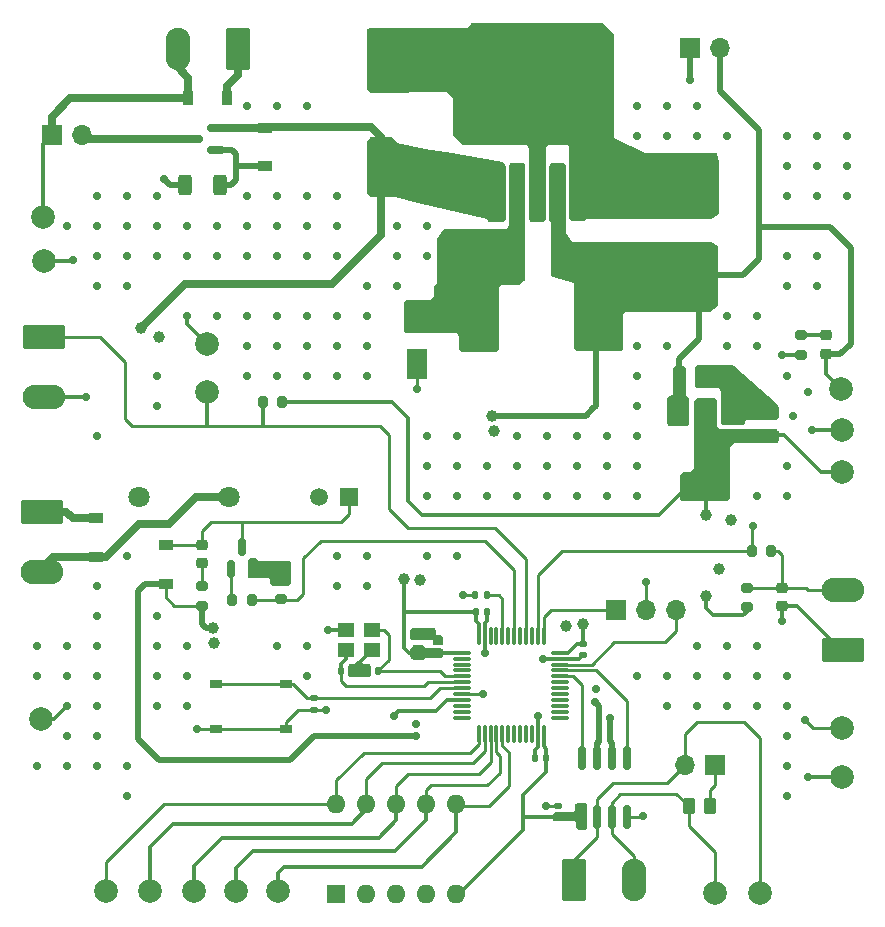
<source format=gtl>
G04 #@! TF.GenerationSoftware,KiCad,Pcbnew,(6.0.11)*
G04 #@! TF.CreationDate,2023-08-29T14:33:34-05:00*
G04 #@! TF.ProjectId,Puerta,50756572-7461-42e6-9b69-6361645f7063,rev?*
G04 #@! TF.SameCoordinates,Original*
G04 #@! TF.FileFunction,Copper,L1,Top*
G04 #@! TF.FilePolarity,Positive*
%FSLAX46Y46*%
G04 Gerber Fmt 4.6, Leading zero omitted, Abs format (unit mm)*
G04 Created by KiCad (PCBNEW (6.0.11)) date 2023-08-29 14:33:34*
%MOMM*%
%LPD*%
G01*
G04 APERTURE LIST*
G04 Aperture macros list*
%AMRoundRect*
0 Rectangle with rounded corners*
0 $1 Rounding radius*
0 $2 $3 $4 $5 $6 $7 $8 $9 X,Y pos of 4 corners*
0 Add a 4 corners polygon primitive as box body*
4,1,4,$2,$3,$4,$5,$6,$7,$8,$9,$2,$3,0*
0 Add four circle primitives for the rounded corners*
1,1,$1+$1,$2,$3*
1,1,$1+$1,$4,$5*
1,1,$1+$1,$6,$7*
1,1,$1+$1,$8,$9*
0 Add four rect primitives between the rounded corners*
20,1,$1+$1,$2,$3,$4,$5,0*
20,1,$1+$1,$4,$5,$6,$7,0*
20,1,$1+$1,$6,$7,$8,$9,0*
20,1,$1+$1,$8,$9,$2,$3,0*%
G04 Aperture macros list end*
G04 #@! TA.AperFunction,ComponentPad*
%ADD10R,1.508000X1.508000*%
G04 #@! TD*
G04 #@! TA.AperFunction,ComponentPad*
%ADD11C,1.508000*%
G04 #@! TD*
G04 #@! TA.AperFunction,ComponentPad*
%ADD12C,1.800000*%
G04 #@! TD*
G04 #@! TA.AperFunction,ComponentPad*
%ADD13RoundRect,0.249999X1.550001X-0.790001X1.550001X0.790001X-1.550001X0.790001X-1.550001X-0.790001X0*%
G04 #@! TD*
G04 #@! TA.AperFunction,ComponentPad*
%ADD14O,3.600000X2.080000*%
G04 #@! TD*
G04 #@! TA.AperFunction,SMDPad,CuDef*
%ADD15RoundRect,0.140000X-0.170000X0.140000X-0.170000X-0.140000X0.170000X-0.140000X0.170000X0.140000X0*%
G04 #@! TD*
G04 #@! TA.AperFunction,SMDPad,CuDef*
%ADD16RoundRect,0.140000X-0.140000X-0.170000X0.140000X-0.170000X0.140000X0.170000X-0.140000X0.170000X0*%
G04 #@! TD*
G04 #@! TA.AperFunction,SMDPad,CuDef*
%ADD17RoundRect,0.150000X-0.150000X0.825000X-0.150000X-0.825000X0.150000X-0.825000X0.150000X0.825000X0*%
G04 #@! TD*
G04 #@! TA.AperFunction,SMDPad,CuDef*
%ADD18RoundRect,0.218750X-0.256250X0.218750X-0.256250X-0.218750X0.256250X-0.218750X0.256250X0.218750X0*%
G04 #@! TD*
G04 #@! TA.AperFunction,SMDPad,CuDef*
%ADD19C,2.000000*%
G04 #@! TD*
G04 #@! TA.AperFunction,SMDPad,CuDef*
%ADD20RoundRect,0.200000X0.200000X0.275000X-0.200000X0.275000X-0.200000X-0.275000X0.200000X-0.275000X0*%
G04 #@! TD*
G04 #@! TA.AperFunction,SMDPad,CuDef*
%ADD21RoundRect,0.150000X0.150000X-0.587500X0.150000X0.587500X-0.150000X0.587500X-0.150000X-0.587500X0*%
G04 #@! TD*
G04 #@! TA.AperFunction,SMDPad,CuDef*
%ADD22RoundRect,0.225000X-0.250000X0.225000X-0.250000X-0.225000X0.250000X-0.225000X0.250000X0.225000X0*%
G04 #@! TD*
G04 #@! TA.AperFunction,SMDPad,CuDef*
%ADD23R,0.910000X1.220000*%
G04 #@! TD*
G04 #@! TA.AperFunction,SMDPad,CuDef*
%ADD24RoundRect,0.140000X0.170000X-0.140000X0.170000X0.140000X-0.170000X0.140000X-0.170000X-0.140000X0*%
G04 #@! TD*
G04 #@! TA.AperFunction,SMDPad,CuDef*
%ADD25RoundRect,0.200000X-0.275000X0.200000X-0.275000X-0.200000X0.275000X-0.200000X0.275000X0.200000X0*%
G04 #@! TD*
G04 #@! TA.AperFunction,SMDPad,CuDef*
%ADD26RoundRect,0.250000X0.312500X0.625000X-0.312500X0.625000X-0.312500X-0.625000X0.312500X-0.625000X0*%
G04 #@! TD*
G04 #@! TA.AperFunction,ComponentPad*
%ADD27RoundRect,0.249999X-1.550001X0.790001X-1.550001X-0.790001X1.550001X-0.790001X1.550001X0.790001X0*%
G04 #@! TD*
G04 #@! TA.AperFunction,ComponentPad*
%ADD28R,1.600000X1.600000*%
G04 #@! TD*
G04 #@! TA.AperFunction,ComponentPad*
%ADD29O,1.600000X1.600000*%
G04 #@! TD*
G04 #@! TA.AperFunction,ComponentPad*
%ADD30RoundRect,0.249999X-0.790001X-1.550001X0.790001X-1.550001X0.790001X1.550001X-0.790001X1.550001X0*%
G04 #@! TD*
G04 #@! TA.AperFunction,ComponentPad*
%ADD31O,2.080000X3.600000*%
G04 #@! TD*
G04 #@! TA.AperFunction,SMDPad,CuDef*
%ADD32R,1.800000X2.500000*%
G04 #@! TD*
G04 #@! TA.AperFunction,SMDPad,CuDef*
%ADD33R,1.100000X4.600000*%
G04 #@! TD*
G04 #@! TA.AperFunction,SMDPad,CuDef*
%ADD34R,10.800000X9.400000*%
G04 #@! TD*
G04 #@! TA.AperFunction,ComponentPad*
%ADD35RoundRect,0.249999X0.790001X1.550001X-0.790001X1.550001X-0.790001X-1.550001X0.790001X-1.550001X0*%
G04 #@! TD*
G04 #@! TA.AperFunction,SMDPad,CuDef*
%ADD36RoundRect,0.250000X1.000000X-1.950000X1.000000X1.950000X-1.000000X1.950000X-1.000000X-1.950000X0*%
G04 #@! TD*
G04 #@! TA.AperFunction,SMDPad,CuDef*
%ADD37R,1.000000X0.750000*%
G04 #@! TD*
G04 #@! TA.AperFunction,SMDPad,CuDef*
%ADD38R,2.899999X5.399999*%
G04 #@! TD*
G04 #@! TA.AperFunction,ComponentPad*
%ADD39R,1.700000X1.700000*%
G04 #@! TD*
G04 #@! TA.AperFunction,ComponentPad*
%ADD40O,1.700000X1.700000*%
G04 #@! TD*
G04 #@! TA.AperFunction,SMDPad,CuDef*
%ADD41RoundRect,0.250000X-0.262500X-0.450000X0.262500X-0.450000X0.262500X0.450000X-0.262500X0.450000X0*%
G04 #@! TD*
G04 #@! TA.AperFunction,SMDPad,CuDef*
%ADD42RoundRect,0.140000X0.140000X0.170000X-0.140000X0.170000X-0.140000X-0.170000X0.140000X-0.170000X0*%
G04 #@! TD*
G04 #@! TA.AperFunction,SMDPad,CuDef*
%ADD43RoundRect,0.200000X0.275000X-0.200000X0.275000X0.200000X-0.275000X0.200000X-0.275000X-0.200000X0*%
G04 #@! TD*
G04 #@! TA.AperFunction,SMDPad,CuDef*
%ADD44RoundRect,0.150000X0.587500X0.150000X-0.587500X0.150000X-0.587500X-0.150000X0.587500X-0.150000X0*%
G04 #@! TD*
G04 #@! TA.AperFunction,SMDPad,CuDef*
%ADD45R,1.200000X0.900000*%
G04 #@! TD*
G04 #@! TA.AperFunction,SMDPad,CuDef*
%ADD46RoundRect,0.250000X0.475000X-0.250000X0.475000X0.250000X-0.475000X0.250000X-0.475000X-0.250000X0*%
G04 #@! TD*
G04 #@! TA.AperFunction,SMDPad,CuDef*
%ADD47R,1.220000X0.910000*%
G04 #@! TD*
G04 #@! TA.AperFunction,SMDPad,CuDef*
%ADD48RoundRect,0.225000X0.250000X-0.225000X0.250000X0.225000X-0.250000X0.225000X-0.250000X-0.225000X0*%
G04 #@! TD*
G04 #@! TA.AperFunction,SMDPad,CuDef*
%ADD49RoundRect,0.200000X-0.200000X-0.275000X0.200000X-0.275000X0.200000X0.275000X-0.200000X0.275000X0*%
G04 #@! TD*
G04 #@! TA.AperFunction,SMDPad,CuDef*
%ADD50RoundRect,0.250001X0.799999X-2.049999X0.799999X2.049999X-0.799999X2.049999X-0.799999X-2.049999X0*%
G04 #@! TD*
G04 #@! TA.AperFunction,SMDPad,CuDef*
%ADD51RoundRect,0.075000X-0.662500X-0.075000X0.662500X-0.075000X0.662500X0.075000X-0.662500X0.075000X0*%
G04 #@! TD*
G04 #@! TA.AperFunction,SMDPad,CuDef*
%ADD52RoundRect,0.075000X-0.075000X-0.662500X0.075000X-0.662500X0.075000X0.662500X-0.075000X0.662500X0*%
G04 #@! TD*
G04 #@! TA.AperFunction,SMDPad,CuDef*
%ADD53R,1.500000X2.000000*%
G04 #@! TD*
G04 #@! TA.AperFunction,SMDPad,CuDef*
%ADD54R,3.800000X2.000000*%
G04 #@! TD*
G04 #@! TA.AperFunction,SMDPad,CuDef*
%ADD55RoundRect,0.250000X-0.250000X-0.475000X0.250000X-0.475000X0.250000X0.475000X-0.250000X0.475000X0*%
G04 #@! TD*
G04 #@! TA.AperFunction,SMDPad,CuDef*
%ADD56R,1.400000X1.200000*%
G04 #@! TD*
G04 #@! TA.AperFunction,SMDPad,CuDef*
%ADD57RoundRect,0.135000X0.135000X0.185000X-0.135000X0.185000X-0.135000X-0.185000X0.135000X-0.185000X0*%
G04 #@! TD*
G04 #@! TA.AperFunction,ViaPad*
%ADD58C,1.000000*%
G04 #@! TD*
G04 #@! TA.AperFunction,ViaPad*
%ADD59C,0.700000*%
G04 #@! TD*
G04 #@! TA.AperFunction,Conductor*
%ADD60C,0.700000*%
G04 #@! TD*
G04 #@! TA.AperFunction,Conductor*
%ADD61C,0.300000*%
G04 #@! TD*
G04 #@! TA.AperFunction,Conductor*
%ADD62C,0.293370*%
G04 #@! TD*
G04 #@! TA.AperFunction,Conductor*
%ADD63C,0.500000*%
G04 #@! TD*
G04 APERTURE END LIST*
D10*
X97549000Y-73786800D03*
D11*
X95009000Y-73786800D03*
D12*
X87389000Y-73786800D03*
X79769000Y-73786800D03*
D13*
X139357600Y-86715600D03*
D14*
X139357600Y-81635600D03*
D15*
X117297200Y-86210200D03*
X117297200Y-87170200D03*
D16*
X96830000Y-88544400D03*
X97790000Y-88544400D03*
D17*
X121031000Y-95899200D03*
X119761000Y-95899200D03*
X118491000Y-95899200D03*
X117221000Y-95899200D03*
X117221000Y-100849200D03*
X118491000Y-100849200D03*
X119761000Y-100849200D03*
X121031000Y-100849200D03*
D18*
X85064600Y-77823600D03*
X85064600Y-79398600D03*
D19*
X85471000Y-64846200D03*
D20*
X89267800Y-82524600D03*
X87617800Y-82524600D03*
D21*
X87518200Y-79855300D03*
X89418200Y-79855300D03*
X88468200Y-77980300D03*
D22*
X134188200Y-81470200D03*
X134188200Y-83020200D03*
D23*
X83912200Y-40030400D03*
X87182200Y-40030400D03*
D24*
X105079800Y-86967000D03*
X105079800Y-86007000D03*
D25*
X85064600Y-81318600D03*
X85064600Y-82968600D03*
D26*
X86577900Y-47396400D03*
X83652900Y-47396400D03*
D27*
X71551800Y-75006200D03*
D14*
X71551800Y-80086200D03*
D28*
X96443800Y-107416600D03*
D29*
X98983800Y-107416600D03*
X101523800Y-107416600D03*
X104063800Y-107416600D03*
X106603800Y-107416600D03*
X106603800Y-99796600D03*
X104063800Y-99796600D03*
X101523800Y-99796600D03*
X98983800Y-99796600D03*
X96443800Y-99796600D03*
D19*
X71602600Y-50088800D03*
X84378800Y-107111800D03*
D30*
X116535200Y-106222800D03*
D31*
X121615200Y-106222800D03*
D16*
X118646000Y-93522800D03*
X119606000Y-93522800D03*
D32*
X103276400Y-58553600D03*
X103276400Y-62553600D03*
D19*
X91490800Y-107111800D03*
D20*
X91858600Y-65735200D03*
X90208600Y-65735200D03*
D33*
X110061800Y-47989800D03*
X111761800Y-47989800D03*
D34*
X113461800Y-38839800D03*
D33*
X113461800Y-47989800D03*
X115161800Y-47989800D03*
X116861800Y-47989800D03*
D35*
X88112600Y-35839400D03*
D31*
X83032600Y-35839400D03*
D36*
X127177800Y-55609600D03*
X127177800Y-47209600D03*
D37*
X92215600Y-93391200D03*
X86215600Y-93391200D03*
X92215600Y-89641200D03*
X86215600Y-89641200D03*
D19*
X139217400Y-97510600D03*
D38*
X108486400Y-58597799D03*
X118386400Y-58597799D03*
D39*
X128529000Y-96443800D03*
D40*
X125989000Y-96443800D03*
D39*
X72349600Y-43103800D03*
D40*
X74889600Y-43103800D03*
D41*
X126290700Y-99974400D03*
X128115700Y-99974400D03*
D24*
X115189000Y-100860800D03*
X115189000Y-99900800D03*
D19*
X85471000Y-60807600D03*
D42*
X99999800Y-88544400D03*
X99039800Y-88544400D03*
D43*
X135763000Y-61734200D03*
X135763000Y-60084200D03*
D44*
X86230700Y-44409400D03*
X86230700Y-42509400D03*
X84355700Y-43459400D03*
D45*
X90398600Y-42495200D03*
X90398600Y-45795200D03*
D46*
X133045200Y-68530148D03*
X133045200Y-66630148D03*
D19*
X71475600Y-92583000D03*
D43*
X131191000Y-83121000D03*
X131191000Y-81471000D03*
D47*
X82016600Y-81111600D03*
X82016600Y-77841600D03*
D19*
X128498600Y-107264200D03*
X139268200Y-71653400D03*
X71729600Y-53771800D03*
D39*
X120106200Y-83312400D03*
D40*
X122646200Y-83312400D03*
X125186200Y-83312400D03*
D16*
X108232000Y-83540600D03*
X109192000Y-83540600D03*
D25*
X91719400Y-80785200D03*
X91719400Y-82435200D03*
D48*
X103378000Y-86957200D03*
X103378000Y-85407200D03*
D49*
X131610600Y-78308200D03*
X133260600Y-78308200D03*
D50*
X100228400Y-45852800D03*
X100228400Y-37052800D03*
D19*
X80695800Y-107111800D03*
D47*
X76073000Y-78851000D03*
X76073000Y-75581000D03*
D19*
X139192000Y-64668400D03*
D51*
X107089500Y-86962800D03*
X107089500Y-87462800D03*
X107089500Y-87962800D03*
X107089500Y-88462800D03*
X107089500Y-88962800D03*
X107089500Y-89462800D03*
X107089500Y-89962800D03*
X107089500Y-90462800D03*
X107089500Y-90962800D03*
X107089500Y-91462800D03*
X107089500Y-91962800D03*
X107089500Y-92462800D03*
D52*
X108502000Y-93875300D03*
X109002000Y-93875300D03*
X109502000Y-93875300D03*
X110002000Y-93875300D03*
X110502000Y-93875300D03*
X111002000Y-93875300D03*
X111502000Y-93875300D03*
X112002000Y-93875300D03*
X112502000Y-93875300D03*
X113002000Y-93875300D03*
X113502000Y-93875300D03*
X114002000Y-93875300D03*
D51*
X115414500Y-92462800D03*
X115414500Y-91962800D03*
X115414500Y-91462800D03*
X115414500Y-90962800D03*
X115414500Y-90462800D03*
X115414500Y-89962800D03*
X115414500Y-89462800D03*
X115414500Y-88962800D03*
X115414500Y-88462800D03*
X115414500Y-87962800D03*
X115414500Y-87462800D03*
X115414500Y-86962800D03*
D52*
X114002000Y-85550300D03*
X113502000Y-85550300D03*
X113002000Y-85550300D03*
X112502000Y-85550300D03*
X112002000Y-85550300D03*
X111502000Y-85550300D03*
X111002000Y-85550300D03*
X110502000Y-85550300D03*
X110002000Y-85550300D03*
X109502000Y-85550300D03*
X109002000Y-85550300D03*
X108502000Y-85550300D03*
D27*
X71678800Y-60248800D03*
D14*
X71678800Y-65328800D03*
D53*
X130011200Y-66623800D03*
D54*
X127711200Y-72923800D03*
D53*
X127711200Y-66623800D03*
X125411200Y-66623800D03*
D19*
X76962000Y-107111800D03*
X139293600Y-93370400D03*
X87985600Y-107111800D03*
D42*
X114221200Y-95910400D03*
X113261200Y-95910400D03*
D55*
X125491200Y-63576200D03*
X127391200Y-63576200D03*
D56*
X99451400Y-85027400D03*
X97251400Y-85027400D03*
X97251400Y-86727400D03*
X99451400Y-86727400D03*
D18*
X137896600Y-60070900D03*
X137896600Y-61645900D03*
D19*
X139217400Y-68097400D03*
X132283200Y-107315000D03*
D15*
X94564200Y-90833000D03*
X94564200Y-91793000D03*
D39*
X126360000Y-35737800D03*
D40*
X128900000Y-35737800D03*
D57*
X109196600Y-82092800D03*
X108176600Y-82092800D03*
D58*
X79883000Y-59461400D03*
D59*
X91440000Y-60960000D03*
X81280000Y-48260000D03*
X111760000Y-68580000D03*
X76200000Y-96520000D03*
D58*
X128828800Y-79908400D03*
D59*
X104140000Y-50800000D03*
X81280000Y-83820000D03*
X119761000Y-49707800D03*
X129540000Y-88900000D03*
X134620000Y-88900000D03*
X129540000Y-43180000D03*
X99060000Y-81280000D03*
X132080000Y-86360000D03*
X76200000Y-93980000D03*
X134137400Y-61747400D03*
X93980000Y-63500000D03*
X83820000Y-53340000D03*
X104140000Y-73660000D03*
X96520000Y-60960000D03*
X99060000Y-58420000D03*
X104444800Y-85217000D03*
X78740000Y-78740000D03*
X108839000Y-90449400D03*
X91440000Y-53340000D03*
X109220000Y-71120000D03*
X78740000Y-96520000D03*
X114300000Y-73660000D03*
X104521000Y-34899600D03*
X93980000Y-88900000D03*
X129540000Y-86360000D03*
X129667000Y-64846200D03*
X74117200Y-53746400D03*
X113919000Y-87452200D03*
X121920000Y-68580000D03*
X127000000Y-40640000D03*
X81280000Y-91440000D03*
X132080000Y-73660000D03*
X134620000Y-91440000D03*
X76200000Y-53340000D03*
X134620000Y-48260000D03*
X96520000Y-81280000D03*
X81280000Y-53340000D03*
X124460000Y-91440000D03*
X84632800Y-93395800D03*
X129540000Y-60960000D03*
X103174800Y-92964000D03*
X99060000Y-63500000D03*
X91440000Y-86360000D03*
X81280000Y-86360000D03*
X83820000Y-91440000D03*
X75285600Y-65303400D03*
X81280000Y-66040000D03*
X88900000Y-50800000D03*
X106248200Y-36296600D03*
X95580200Y-91770200D03*
X121920000Y-63500000D03*
X137160000Y-48260000D03*
X71120000Y-86360000D03*
X121031000Y-46177200D03*
X121056400Y-49682400D03*
X134620000Y-43180000D03*
X111760000Y-73660000D03*
X119710200Y-44932600D03*
X121920000Y-73660000D03*
X86360000Y-58420000D03*
X96520000Y-53340000D03*
X86360000Y-50800000D03*
X103251000Y-64643000D03*
X99060000Y-60960000D03*
X93980000Y-60960000D03*
X124460000Y-40640000D03*
X131699000Y-66344800D03*
X136347200Y-97510600D03*
X88900000Y-48260000D03*
X99060000Y-78740000D03*
X101600000Y-55880000D03*
X130657600Y-64820800D03*
X91440000Y-58420000D03*
X137160000Y-45720000D03*
X113487200Y-92354400D03*
X129540000Y-58420000D03*
D58*
X115849400Y-84683600D03*
D59*
X76200000Y-91440000D03*
X83820000Y-58420000D03*
X132080000Y-58420000D03*
X88900000Y-53340000D03*
X122631200Y-80949800D03*
X95760600Y-85039200D03*
X73660000Y-50800000D03*
X76200000Y-55880000D03*
X91440000Y-40640000D03*
X78740000Y-50800000D03*
X116840000Y-71120000D03*
X126365000Y-38430200D03*
X73660000Y-91440000D03*
X127000000Y-43180000D03*
X106680000Y-73660000D03*
X108991400Y-86995000D03*
X105054400Y-38201600D03*
X121920000Y-88900000D03*
X109220000Y-73660000D03*
X121920000Y-43180000D03*
X139700000Y-48260000D03*
X91440000Y-63500000D03*
X121031000Y-47269400D03*
X134162800Y-84251800D03*
D58*
X103555800Y-80797400D03*
D59*
X122402600Y-49733200D03*
X134620000Y-63500000D03*
X104140000Y-71120000D03*
X76200000Y-88900000D03*
X93980000Y-40640000D03*
X132080000Y-88900000D03*
X88900000Y-63500000D03*
X127000000Y-88900000D03*
X119380000Y-71120000D03*
X107137200Y-82092800D03*
X81280000Y-63500000D03*
X83820000Y-50800000D03*
X122275600Y-45669200D03*
X73660000Y-86360000D03*
X134620000Y-53340000D03*
X93980000Y-48260000D03*
X119659400Y-46202600D03*
X81280000Y-88900000D03*
X71120000Y-96520000D03*
X121920000Y-40640000D03*
X81280000Y-50800000D03*
X86360000Y-53340000D03*
X88900000Y-58420000D03*
X111760000Y-71120000D03*
D58*
X109778800Y-68224400D03*
D59*
X127000000Y-86360000D03*
X93980000Y-50800000D03*
X90551000Y-79603600D03*
X96520000Y-58420000D03*
X73660000Y-96520000D03*
X134620000Y-71120000D03*
X116840000Y-68580000D03*
X119380000Y-73660000D03*
X122402600Y-100812600D03*
X102870000Y-34925000D03*
X93980000Y-53340000D03*
X73660000Y-88900000D03*
X121132600Y-48691800D03*
X106680000Y-78740000D03*
X122351800Y-48514000D03*
X118414800Y-90017600D03*
X106146600Y-34899600D03*
X136347200Y-64871600D03*
X127000000Y-91440000D03*
X104140000Y-78740000D03*
X137160000Y-43180000D03*
X119380000Y-68580000D03*
X88900000Y-60960000D03*
X96520000Y-50800000D03*
X135077200Y-66954400D03*
X76200000Y-83820000D03*
X106680000Y-71120000D03*
X114223800Y-99898200D03*
X71120000Y-88900000D03*
X116840000Y-73660000D03*
X130048000Y-63627000D03*
X122351800Y-47091600D03*
X93980000Y-86360000D03*
X91440000Y-50800000D03*
X124460000Y-60960000D03*
X73660000Y-93980000D03*
X78740000Y-48260000D03*
X134620000Y-96520000D03*
X81813400Y-46812200D03*
D58*
X129870200Y-75717400D03*
D59*
X132080000Y-91440000D03*
X78740000Y-99060000D03*
X101600000Y-53340000D03*
D58*
X81432400Y-60248800D03*
D59*
X119608600Y-92481400D03*
X124460000Y-43180000D03*
X102997000Y-36576000D03*
X76200000Y-68580000D03*
X119735600Y-48590200D03*
X134620000Y-93980000D03*
X104140000Y-68580000D03*
X78740000Y-55880000D03*
X104140000Y-53340000D03*
X98376800Y-88011000D03*
X131622800Y-64871600D03*
X132080000Y-60960000D03*
X106680000Y-68580000D03*
X103098600Y-38328600D03*
X120904000Y-44932600D03*
X93980000Y-58420000D03*
X99060000Y-55880000D03*
X121920000Y-71120000D03*
X139700000Y-43180000D03*
X101600000Y-50800000D03*
X137160000Y-55880000D03*
X114300000Y-71120000D03*
X83820000Y-86360000D03*
X91770200Y-79578200D03*
D58*
X86055200Y-86156800D03*
D59*
X76200000Y-81280000D03*
X136677400Y-68097400D03*
X124460000Y-88900000D03*
X96520000Y-48260000D03*
X121920000Y-60960000D03*
X91440000Y-48260000D03*
X134620000Y-99060000D03*
X96520000Y-78740000D03*
X83820000Y-88900000D03*
X139700000Y-45720000D03*
X137160000Y-53340000D03*
X76200000Y-48260000D03*
X134620000Y-73660000D03*
X128828800Y-63601600D03*
X134620000Y-55880000D03*
X134620000Y-45720000D03*
X78740000Y-53340000D03*
X76200000Y-86360000D03*
X106426000Y-38303200D03*
X96520000Y-63500000D03*
X129540000Y-91440000D03*
X121920000Y-66040000D03*
X88900000Y-40640000D03*
X76200000Y-50800000D03*
X114300000Y-68580000D03*
X104775000Y-36423600D03*
X119735600Y-47345600D03*
X103200200Y-93980000D03*
X118313200Y-91135200D03*
D58*
X86029800Y-84886800D03*
X109651800Y-66903600D03*
X102209600Y-80746600D03*
D59*
X101320600Y-92278200D03*
D58*
X127711200Y-75260200D03*
X127711200Y-82143600D03*
X117297200Y-84505800D03*
D59*
X136144000Y-92684600D03*
X131724400Y-76225400D03*
D60*
X96062800Y-55753000D02*
X84455000Y-55753000D01*
X86230700Y-42509400D02*
X90384400Y-42509400D01*
X99365800Y-42444400D02*
X100228400Y-43307000D01*
X84455000Y-55753000D02*
X83591400Y-55753000D01*
X90384400Y-42509400D02*
X90398600Y-42495200D01*
X100228400Y-43307000D02*
X100228400Y-45852800D01*
X90449400Y-42444400D02*
X99365800Y-42444400D01*
X83591400Y-55753000D02*
X79883000Y-59461400D01*
X90398600Y-42495200D02*
X90449400Y-42444400D01*
X100228400Y-51587400D02*
X98958400Y-52857400D01*
X100228400Y-45852800D02*
X100228400Y-51587400D01*
X98958400Y-52857400D02*
X96062800Y-55753000D01*
D61*
X113929600Y-87462800D02*
X113919000Y-87452200D01*
D62*
X122366000Y-100849200D02*
X122402600Y-100812600D01*
D61*
X139141200Y-86715600D02*
X135445800Y-83020200D01*
D63*
X126360000Y-35737800D02*
X126360000Y-38425200D01*
D62*
X108176600Y-82092800D02*
X107137200Y-82092800D01*
D61*
X109192000Y-84254400D02*
X109192000Y-83540600D01*
X117004600Y-87462800D02*
X117297200Y-87170200D01*
D63*
X119606000Y-94434600D02*
X119606000Y-93522800D01*
X83652900Y-47396400D02*
X82397600Y-47396400D01*
D62*
X115189000Y-99900800D02*
X114226400Y-99900800D01*
X92215600Y-93391200D02*
X92215600Y-92798000D01*
D63*
X119761000Y-94589600D02*
X119606000Y-94434600D01*
D61*
X113261200Y-95171200D02*
X113261200Y-95910400D01*
D60*
X71551800Y-75006200D02*
X73539600Y-75006200D01*
D61*
X113502000Y-93875300D02*
X113502000Y-94930400D01*
D62*
X86215600Y-93391200D02*
X92215600Y-93391200D01*
D63*
X126360000Y-38425200D02*
X126365000Y-38430200D01*
D61*
X71729600Y-53771800D02*
X74091800Y-53771800D01*
X139357600Y-86715600D02*
X139141200Y-86715600D01*
X74091800Y-53771800D02*
X74117200Y-53746400D01*
X115414500Y-87462800D02*
X117004600Y-87462800D01*
X113487200Y-92354400D02*
X113502000Y-92369200D01*
D62*
X121031000Y-100849200D02*
X122366000Y-100849200D01*
D60*
X88112600Y-38074600D02*
X88112600Y-35839400D01*
D61*
X113502000Y-94930400D02*
X113261200Y-95171200D01*
X109002000Y-86832000D02*
X109002000Y-85550300D01*
D62*
X103276400Y-64617600D02*
X103251000Y-64643000D01*
X107089500Y-90462800D02*
X108825600Y-90462800D01*
X84637400Y-93391200D02*
X84632800Y-93395800D01*
D61*
X139217400Y-97510600D02*
X136347200Y-97510600D01*
X75260200Y-65328800D02*
X75285600Y-65303400D01*
X134188200Y-83020200D02*
X134188200Y-84226400D01*
D62*
X122646200Y-80964800D02*
X122631200Y-80949800D01*
D61*
X72517000Y-92583000D02*
X73660000Y-91440000D01*
D62*
X122646200Y-83312400D02*
X122646200Y-80964800D01*
D60*
X73539600Y-75006200D02*
X74114400Y-75581000D01*
D63*
X119761000Y-95899200D02*
X119761000Y-94589600D01*
D61*
X85471000Y-60807600D02*
X83820000Y-59156600D01*
X97251400Y-85027400D02*
X95772400Y-85027400D01*
D62*
X103276400Y-62553600D02*
X103276400Y-64617600D01*
D61*
X98376800Y-87802000D02*
X99451400Y-86727400D01*
D62*
X92215600Y-92798000D02*
X93220600Y-91793000D01*
D61*
X139217400Y-68097400D02*
X136677400Y-68097400D01*
X113502000Y-92369200D02*
X113502000Y-93875300D01*
X109002000Y-84444400D02*
X109192000Y-84254400D01*
X135445800Y-83020200D02*
X134188200Y-83020200D01*
D60*
X87182200Y-39005000D02*
X88112600Y-38074600D01*
D62*
X86215600Y-93391200D02*
X84637400Y-93391200D01*
X114226400Y-99900800D02*
X114223800Y-99898200D01*
X94564200Y-91793000D02*
X95557400Y-91793000D01*
D61*
X108991400Y-86995000D02*
X109002000Y-86832000D01*
X134188200Y-84226400D02*
X134162800Y-84251800D01*
X83820000Y-59156600D02*
X83820000Y-58420000D01*
X109002000Y-85550300D02*
X109002000Y-84444400D01*
D62*
X95557400Y-91793000D02*
X95580200Y-91770200D01*
D60*
X74114400Y-75581000D02*
X76073000Y-75581000D01*
D61*
X134150600Y-61734200D02*
X134137400Y-61747400D01*
D62*
X93220600Y-91793000D02*
X94564200Y-91793000D01*
D63*
X82397600Y-47396400D02*
X81813400Y-46812200D01*
D61*
X71678800Y-65328800D02*
X75260200Y-65328800D01*
D62*
X108825600Y-90462800D02*
X108839000Y-90449400D01*
D63*
X119606000Y-93522800D02*
X119606000Y-92484000D01*
D61*
X95772400Y-85027400D02*
X95760600Y-85039200D01*
X115414500Y-87462800D02*
X113929600Y-87462800D01*
D60*
X87182200Y-40030400D02*
X87182200Y-39005000D01*
D61*
X135763000Y-61734200D02*
X134150600Y-61734200D01*
X98376800Y-88011000D02*
X98376800Y-87802000D01*
D63*
X119606000Y-92484000D02*
X119608600Y-92481400D01*
D61*
X71475600Y-92583000D02*
X72517000Y-92583000D01*
D63*
X118643400Y-94488000D02*
X118643400Y-93525400D01*
X125491200Y-62062400D02*
X127177800Y-60375800D01*
X127177800Y-55009600D02*
X130842200Y-55009600D01*
X118646000Y-91468000D02*
X118313200Y-91135200D01*
X94564200Y-93980000D02*
X92506800Y-96037400D01*
X118386400Y-66068400D02*
X118211600Y-66243200D01*
X139115700Y-61645900D02*
X137896600Y-61645900D01*
X85445600Y-84886800D02*
X85064600Y-84505800D01*
D62*
X82740000Y-82968600D02*
X85064600Y-82968600D01*
D63*
X118646000Y-93522800D02*
X118646000Y-91468000D01*
D61*
X139192000Y-64668400D02*
X137896600Y-63373000D01*
D63*
X139979400Y-60782200D02*
X139115700Y-61645900D01*
X80239600Y-81126600D02*
X82016600Y-81126600D01*
X79654400Y-81711800D02*
X80239600Y-81126600D01*
X118491000Y-95899200D02*
X118491000Y-94640400D01*
X85064600Y-84505800D02*
X85064600Y-82968600D01*
X132207000Y-42672000D02*
X128900000Y-39365000D01*
X118386400Y-58597799D02*
X118386400Y-66068400D01*
X139979400Y-52679600D02*
X139979400Y-60782200D01*
X138201400Y-50901600D02*
X139979400Y-52679600D01*
X132207000Y-53644800D02*
X132207000Y-50901600D01*
X79654400Y-94234000D02*
X79654400Y-81711800D01*
X132207000Y-50901600D02*
X132207000Y-42672000D01*
D62*
X82016600Y-81126600D02*
X82016600Y-82245200D01*
D63*
X125491200Y-63576200D02*
X125491200Y-62062400D01*
X86029800Y-84886800D02*
X85445600Y-84886800D01*
X130842200Y-55009600D02*
X132207000Y-53644800D01*
X132207000Y-50901600D02*
X138201400Y-50901600D01*
X118643400Y-93525400D02*
X118646000Y-93522800D01*
X92506800Y-96037400D02*
X81457800Y-96037400D01*
D61*
X137896600Y-63373000D02*
X137896600Y-61645900D01*
D62*
X82016600Y-82245200D02*
X82740000Y-82968600D01*
D63*
X118211600Y-66243200D02*
X117551200Y-66903600D01*
X103200200Y-93980000D02*
X94564200Y-93980000D01*
X118491000Y-94640400D02*
X118643400Y-94488000D01*
X117551200Y-66903600D02*
X109651800Y-66903600D01*
X81457800Y-96037400D02*
X79654400Y-94234000D01*
X127177800Y-60375800D02*
X127177800Y-55009600D01*
X128900000Y-39365000D02*
X128900000Y-35737800D01*
D61*
X139268200Y-71653400D02*
X137490200Y-71653400D01*
X116837400Y-86210200D02*
X117297200Y-86210200D01*
X106832400Y-107416600D02*
X112268000Y-101981000D01*
X103378000Y-86957200D02*
X102603600Y-86957200D01*
X108502000Y-85550300D02*
X108502000Y-84549800D01*
X102209600Y-86563200D02*
X102209600Y-83540600D01*
X101142800Y-65735200D02*
X102489000Y-67081400D01*
X101676200Y-91922600D02*
X104851200Y-91922600D01*
X104851200Y-91922600D02*
X105811000Y-90962800D01*
X127711200Y-72923800D02*
X127711200Y-75260200D01*
X105811000Y-90962800D02*
X107089500Y-90962800D01*
X114221200Y-95120400D02*
X114221200Y-95910400D01*
X112268000Y-100914200D02*
X112268000Y-99034600D01*
X137490200Y-71653400D02*
X134366948Y-68530148D01*
X112321400Y-100860800D02*
X112268000Y-100914200D01*
X103657400Y-75285600D02*
X123774200Y-75285600D01*
X117297200Y-86210200D02*
X117297200Y-84505800D01*
X115189000Y-100860800D02*
X112321400Y-100860800D01*
X116084800Y-86962800D02*
X116837400Y-86210200D01*
X130886200Y-83794600D02*
X131191000Y-83489800D01*
X106603800Y-107416600D02*
X106832400Y-107416600D01*
X108232000Y-84279800D02*
X108232000Y-83540600D01*
X102489000Y-74117200D02*
X103657400Y-75285600D01*
X115414500Y-86962800D02*
X116084800Y-86962800D01*
X108502000Y-84549800D02*
X108232000Y-84279800D01*
X101320600Y-92278200D02*
X101676200Y-91922600D01*
X128295400Y-83794600D02*
X130886200Y-83794600D01*
X127711200Y-82143600D02*
X127711200Y-83210400D01*
X105084000Y-86962800D02*
X105079800Y-86967000D01*
X114002000Y-94901200D02*
X114221200Y-95120400D01*
X102209600Y-83540600D02*
X102209600Y-80746600D01*
X108232000Y-83540600D02*
X102209600Y-83540600D01*
X102489000Y-67081400D02*
X102489000Y-74117200D01*
X112268000Y-101981000D02*
X112268000Y-100914200D01*
X134366948Y-68530148D02*
X133045200Y-68530148D01*
X91858600Y-65735200D02*
X101142800Y-65735200D01*
X102603600Y-86957200D02*
X102209600Y-86563200D01*
X126136000Y-72923800D02*
X127711200Y-72923800D01*
X114221200Y-97081400D02*
X114221200Y-95910400D01*
X114002000Y-93875300D02*
X114002000Y-94901200D01*
X127711200Y-83210400D02*
X128295400Y-83794600D01*
X123774200Y-75285600D02*
X126136000Y-72923800D01*
X112268000Y-99034600D02*
X114221200Y-97081400D01*
X107089500Y-86962800D02*
X105084000Y-86962800D01*
X131191000Y-83489800D02*
X131191000Y-83121000D01*
D62*
X104366000Y-90833000D02*
X94564200Y-90833000D01*
X93982600Y-90833000D02*
X94564200Y-90833000D01*
X92790800Y-89641200D02*
X93982600Y-90833000D01*
X92215600Y-89641200D02*
X86215600Y-89641200D01*
X107089500Y-89962800D02*
X105236200Y-89962800D01*
X105236200Y-89962800D02*
X104366000Y-90833000D01*
X92215600Y-89641200D02*
X92790800Y-89641200D01*
X105232200Y-88544400D02*
X99999800Y-88544400D01*
X99999800Y-88420000D02*
X100866000Y-87553800D01*
X99999800Y-88544400D02*
X99999800Y-88420000D01*
X100447800Y-85027400D02*
X99451400Y-85027400D01*
X107089500Y-88962800D02*
X105650600Y-88962800D01*
X100866000Y-85445600D02*
X100447800Y-85027400D01*
X105650600Y-88962800D02*
X105232200Y-88544400D01*
X100866000Y-87553800D02*
X100866000Y-85445600D01*
D61*
X97251400Y-87536200D02*
X97251400Y-86727400D01*
X96830000Y-87957600D02*
X97251400Y-87536200D01*
D62*
X96830000Y-89334400D02*
X96830000Y-88544400D01*
X104161400Y-89462800D02*
X103860600Y-89763600D01*
X97259200Y-89763600D02*
X96830000Y-89334400D01*
X107089500Y-89462800D02*
X104161400Y-89462800D01*
D61*
X96830000Y-88544400D02*
X96830000Y-87957600D01*
D62*
X103860600Y-89763600D02*
X97259200Y-89763600D01*
D61*
X71602600Y-43850800D02*
X72349600Y-43103800D01*
D60*
X73888600Y-40030400D02*
X72349600Y-41569400D01*
X83032600Y-35839400D02*
X83032600Y-37388800D01*
X83912200Y-38268400D02*
X83912200Y-40030400D01*
X83912200Y-40030400D02*
X73888600Y-40030400D01*
D61*
X71602600Y-50088800D02*
X71602600Y-43850800D01*
D60*
X83032600Y-37388800D02*
X83912200Y-38268400D01*
X72349600Y-41569400D02*
X72349600Y-43103800D01*
D61*
X135776300Y-60070900D02*
X137896600Y-60070900D01*
X135763000Y-60084200D02*
X135776300Y-60070900D01*
D60*
X84531400Y-73786800D02*
X87389000Y-73786800D01*
X79705200Y-76073000D02*
X82245200Y-76073000D01*
X76927200Y-78851000D02*
X79705200Y-76073000D01*
X72456800Y-78851000D02*
X76073000Y-78851000D01*
X76073000Y-78851000D02*
X76927200Y-78851000D01*
X71551800Y-80086200D02*
X71551800Y-79756000D01*
X82245200Y-76073000D02*
X84531400Y-73786800D01*
X71551800Y-79756000D02*
X72456800Y-78851000D01*
D62*
X88468200Y-75946000D02*
X88493600Y-75920600D01*
X85064600Y-77823600D02*
X85064600Y-76682600D01*
X97549000Y-75247200D02*
X97549000Y-73786800D01*
X88468200Y-77980300D02*
X88468200Y-75946000D01*
X96875600Y-75920600D02*
X97549000Y-75247200D01*
X85061600Y-77826600D02*
X85064600Y-77823600D01*
X88493600Y-75920600D02*
X96875600Y-75920600D01*
X85064600Y-76682600D02*
X85826600Y-75920600D01*
X82016600Y-77826600D02*
X85061600Y-77826600D01*
X85826600Y-75920600D02*
X88493600Y-75920600D01*
D60*
X75245200Y-43459400D02*
X74889600Y-43103800D01*
X84355700Y-43459400D02*
X75245200Y-43459400D01*
D62*
X114002000Y-85550300D02*
X114002000Y-83965600D01*
X114002000Y-83965600D02*
X114655200Y-83312400D01*
X114655200Y-83312400D02*
X120106200Y-83312400D01*
X115414500Y-87962800D02*
X118056600Y-87962800D01*
X125186200Y-85125800D02*
X125186200Y-83312400D01*
X124256800Y-86055200D02*
X125186200Y-85125800D01*
X118056600Y-87962800D02*
X119964200Y-86055200D01*
X119964200Y-86055200D02*
X124256800Y-86055200D01*
X106756200Y-99949000D02*
X106603800Y-99796600D01*
X110502000Y-93875300D02*
X110502000Y-94830200D01*
D61*
X103657400Y-105079800D02*
X106603800Y-102133400D01*
X91490800Y-105638600D02*
X92049600Y-105079800D01*
D62*
X111048800Y-98247200D02*
X109347000Y-99949000D01*
D61*
X92049600Y-105079800D02*
X103657400Y-105079800D01*
D62*
X110502000Y-94830200D02*
X111048800Y-95377000D01*
D61*
X91490800Y-107111800D02*
X91490800Y-105638600D01*
D62*
X111048800Y-95377000D02*
X111048800Y-98247200D01*
X109347000Y-99949000D02*
X106756200Y-99949000D01*
D61*
X106603800Y-102133400D02*
X106603800Y-99796600D01*
D62*
X109220000Y-98196400D02*
X104444800Y-98196400D01*
D61*
X104063800Y-101092000D02*
X104063800Y-99796600D01*
X89357200Y-103784400D02*
X101371400Y-103784400D01*
D62*
X110312200Y-95681800D02*
X110312200Y-97104200D01*
D61*
X101371400Y-103784400D02*
X104063800Y-101092000D01*
D62*
X104063800Y-98577400D02*
X104063800Y-99796600D01*
X110002000Y-93875300D02*
X110002000Y-95371600D01*
X110002000Y-95371600D02*
X110312200Y-95681800D01*
X110312200Y-97104200D02*
X109220000Y-98196400D01*
D61*
X87985600Y-105156000D02*
X89357200Y-103784400D01*
D62*
X104444800Y-98196400D02*
X104063800Y-98577400D01*
D61*
X87985600Y-107111800D02*
X87985600Y-105156000D01*
X86766400Y-102641400D02*
X100025200Y-102641400D01*
X100025200Y-102641400D02*
X101523800Y-101142800D01*
D62*
X102539800Y-97205800D02*
X108508800Y-97205800D01*
D61*
X84378800Y-107111800D02*
X84378800Y-105029000D01*
X101523800Y-101142800D02*
X101523800Y-99796600D01*
D62*
X108508800Y-97205800D02*
X109502000Y-96212600D01*
X101523800Y-99796600D02*
X101523800Y-98221800D01*
X101523800Y-98221800D02*
X102539800Y-97205800D01*
D61*
X84378800Y-105029000D02*
X86766400Y-102641400D01*
D62*
X109502000Y-96212600D02*
X109502000Y-93875300D01*
D61*
X80695800Y-103378000D02*
X82626200Y-101447600D01*
D62*
X107975400Y-96316800D02*
X109002000Y-95290200D01*
D61*
X98983800Y-100228400D02*
X98983800Y-99796600D01*
X82626200Y-101447600D02*
X97764600Y-101447600D01*
D62*
X98983800Y-97663000D02*
X100330000Y-96316800D01*
D61*
X80695800Y-107111800D02*
X80695800Y-103378000D01*
X97764600Y-101447600D02*
X98983800Y-100228400D01*
D62*
X109002000Y-95290200D02*
X109002000Y-93875300D01*
X98983800Y-99796600D02*
X98983800Y-97663000D01*
X100330000Y-96316800D02*
X107975400Y-96316800D01*
X96443800Y-97739200D02*
X98755200Y-95427800D01*
X108502000Y-94698000D02*
X108502000Y-93875300D01*
X81864200Y-99796600D02*
X76962000Y-104698800D01*
X96443800Y-99796600D02*
X81864200Y-99796600D01*
X107772200Y-95427800D02*
X108502000Y-94698000D01*
X98755200Y-95427800D02*
X107772200Y-95427800D01*
X76962000Y-104698800D02*
X76962000Y-107111800D01*
X96443800Y-99796600D02*
X96443800Y-97739200D01*
X118491000Y-102539800D02*
X118491000Y-100849200D01*
X132283200Y-94157800D02*
X132283200Y-107315000D01*
X119837200Y-97967800D02*
X124465000Y-97967800D01*
X116535200Y-104495600D02*
X118491000Y-102539800D01*
X118491000Y-99314000D02*
X119837200Y-97967800D01*
X125989000Y-96443800D02*
X125989000Y-93822600D01*
X124465000Y-97967800D02*
X125989000Y-96443800D01*
X125989000Y-93822600D02*
X126949200Y-92862400D01*
X126949200Y-92862400D02*
X130987800Y-92862400D01*
X118491000Y-100849200D02*
X118491000Y-99314000D01*
X130987800Y-92862400D02*
X132283200Y-94157800D01*
X116535200Y-106222800D02*
X116535200Y-104495600D01*
X126290700Y-99974400D02*
X126290700Y-101601900D01*
X119761000Y-99644200D02*
X120497600Y-98907600D01*
X121615200Y-104165400D02*
X121615200Y-106222800D01*
X126290700Y-101601900D02*
X128498600Y-103809800D01*
X120497600Y-98907600D02*
X125223900Y-98907600D01*
X125223900Y-98907600D02*
X126290700Y-99974400D01*
X119761000Y-102311200D02*
X121615200Y-104165400D01*
X119761000Y-100849200D02*
X119761000Y-99644200D01*
X128498600Y-103809800D02*
X128498600Y-107264200D01*
X119761000Y-100849200D02*
X119761000Y-102311200D01*
X128529000Y-96443800D02*
X128529000Y-98140600D01*
X128529000Y-98140600D02*
X128115700Y-98553900D01*
X128115700Y-98553900D02*
X128115700Y-99974400D01*
D63*
X87985600Y-45745400D02*
X87985600Y-46913800D01*
X87985600Y-45745400D02*
X88035400Y-45795200D01*
X86230700Y-44409400D02*
X87640200Y-44409400D01*
X87985600Y-46913800D02*
X87503000Y-47396400D01*
X87985600Y-44754800D02*
X87985600Y-45745400D01*
X87640200Y-44409400D02*
X87985600Y-44754800D01*
X87503000Y-47396400D02*
X86577900Y-47396400D01*
X88035400Y-45795200D02*
X90398600Y-45795200D01*
D62*
X87530300Y-82524600D02*
X87530300Y-79867400D01*
X87530300Y-79867400D02*
X87518200Y-79855300D01*
X110502000Y-82384200D02*
X110210600Y-82092800D01*
X110210600Y-82092800D02*
X109196600Y-82092800D01*
X110502000Y-85550300D02*
X110502000Y-82384200D01*
X111502000Y-79980600D02*
X108991400Y-77470000D01*
X91717500Y-82524600D02*
X91719400Y-82522700D01*
X108991400Y-77470000D02*
X95148400Y-77470000D01*
X95148400Y-77470000D02*
X93649800Y-78968600D01*
X93649800Y-78968600D02*
X93649800Y-81965800D01*
X89355300Y-82524600D02*
X91717500Y-82524600D01*
X93092900Y-82522700D02*
X91719400Y-82522700D01*
X93649800Y-81965800D02*
X93092900Y-82522700D01*
X111502000Y-85550300D02*
X111502000Y-79980600D01*
X115414500Y-88962800D02*
X116521800Y-88962800D01*
X117221000Y-89662000D02*
X117221000Y-95899200D01*
X116521800Y-88962800D02*
X117221000Y-89662000D01*
X121031000Y-91059000D02*
X121031000Y-95899200D01*
X115414500Y-88462800D02*
X118434800Y-88462800D01*
X118434800Y-88462800D02*
X121031000Y-91059000D01*
X85064600Y-79398600D02*
X85064600Y-81318600D01*
X134188200Y-78674500D02*
X133821900Y-78308200D01*
X136218400Y-81456000D02*
X136398000Y-81635600D01*
X134188200Y-81456000D02*
X136218400Y-81456000D01*
X134188200Y-81456000D02*
X131206000Y-81456000D01*
X134188200Y-81456000D02*
X134188200Y-78674500D01*
X136398000Y-81635600D02*
X139357600Y-81635600D01*
X133821900Y-78308200D02*
X133260600Y-78308200D01*
X131206000Y-81456000D02*
X131191000Y-81471000D01*
D61*
X85471000Y-64846200D02*
X85471000Y-67792600D01*
D62*
X112502000Y-78999400D02*
X112502000Y-85550300D01*
X100863400Y-74752200D02*
X102514400Y-76403200D01*
D61*
X90208600Y-65735200D02*
X90208600Y-67754000D01*
D62*
X90170000Y-67792600D02*
X100152200Y-67792600D01*
X78536800Y-62382400D02*
X78536800Y-67157600D01*
X71678800Y-60248800D02*
X76403200Y-60248800D01*
X85293200Y-67792600D02*
X85471000Y-67792600D01*
X85471000Y-67792600D02*
X90170000Y-67792600D01*
X109905800Y-76403200D02*
X112502000Y-78999400D01*
D61*
X90208600Y-67754000D02*
X90170000Y-67792600D01*
D62*
X100152200Y-67792600D02*
X100863400Y-68503800D01*
X102514400Y-76403200D02*
X109905800Y-76403200D01*
X78536800Y-67157600D02*
X79171800Y-67792600D01*
X76403200Y-60248800D02*
X78536800Y-62382400D01*
X100863400Y-68503800D02*
X100863400Y-74752200D01*
X79171800Y-67792600D02*
X85293200Y-67792600D01*
X115570000Y-78308200D02*
X131610600Y-78308200D01*
X113502000Y-80376200D02*
X115570000Y-78308200D01*
X131610600Y-76339200D02*
X131724400Y-76225400D01*
X136829800Y-93370400D02*
X139293600Y-93370400D01*
X113502000Y-85550300D02*
X113502000Y-80376200D01*
X136144000Y-92684600D02*
X136829800Y-93370400D01*
X131610600Y-78308200D02*
X131610600Y-76339200D01*
G04 #@! TA.AperFunction,Conductor*
G36*
X130093059Y-62656402D02*
G01*
X130109371Y-62668874D01*
X133725491Y-65933427D01*
X133735882Y-65943981D01*
X133877624Y-66105971D01*
X133907429Y-66170409D01*
X133908800Y-66188943D01*
X133908800Y-67009390D01*
X133888798Y-67077511D01*
X133878466Y-67091390D01*
X133794114Y-67189800D01*
X133734595Y-67228504D01*
X133698448Y-67233800D01*
X131114800Y-67233800D01*
X131013200Y-67360800D01*
X131013200Y-67530385D01*
X130993198Y-67598506D01*
X130967863Y-67627181D01*
X130895845Y-67687196D01*
X130830708Y-67715440D01*
X130815182Y-67716400D01*
X129256410Y-67716400D01*
X129188289Y-67696398D01*
X129174410Y-67686066D01*
X129076000Y-67601714D01*
X129037296Y-67542195D01*
X129032000Y-67506048D01*
X129032000Y-64770000D01*
X128965413Y-64710811D01*
X128816940Y-64578835D01*
X128816939Y-64578834D01*
X128803400Y-64566800D01*
X127052190Y-64566800D01*
X126984069Y-64546798D01*
X126963095Y-64529895D01*
X126808305Y-64375105D01*
X126774279Y-64312793D01*
X126771400Y-64286010D01*
X126771400Y-62930117D01*
X126794177Y-62857861D01*
X126911579Y-62690144D01*
X126967030Y-62645807D01*
X127014802Y-62636400D01*
X130024938Y-62636400D01*
X130093059Y-62656402D01*
G37*
G04 #@! TD.AperFunction*
G04 #@! TA.AperFunction,Conductor*
G36*
X99289485Y-87954802D02*
G01*
X99328212Y-87994020D01*
X99399048Y-88107357D01*
X99418200Y-88174137D01*
X99418200Y-88785651D01*
X99397039Y-88855542D01*
X99354005Y-88920093D01*
X99299576Y-88965677D01*
X99249167Y-88976200D01*
X97586321Y-88976200D01*
X97518200Y-88956198D01*
X97476922Y-88912713D01*
X97428201Y-88827451D01*
X97411600Y-88764938D01*
X97411600Y-88152978D01*
X97435068Y-88079745D01*
X97500913Y-87987561D01*
X97556781Y-87943758D01*
X97603441Y-87934800D01*
X99221364Y-87934800D01*
X99289485Y-87954802D01*
G37*
G04 #@! TD.AperFunction*
G04 #@! TA.AperFunction,Conductor*
G36*
X128505096Y-65425002D02*
G01*
X128536433Y-65453643D01*
X128649858Y-65599475D01*
X128675892Y-65665527D01*
X128676400Y-65676832D01*
X128676400Y-67767200D01*
X128828800Y-68021200D01*
X133673048Y-68021200D01*
X133741169Y-68041202D01*
X133768714Y-68065200D01*
X133853066Y-68163610D01*
X133882212Y-68228348D01*
X133883400Y-68245610D01*
X133883400Y-68999600D01*
X133863398Y-69067721D01*
X133833000Y-69100400D01*
X133713800Y-69189800D01*
X133647302Y-69214671D01*
X133638200Y-69215000D01*
X130200400Y-69215000D01*
X129768600Y-69545200D01*
X129768600Y-73845368D01*
X129748598Y-73913489D01*
X129742058Y-73922725D01*
X129628633Y-74068557D01*
X129571023Y-74110048D01*
X129529175Y-74117200D01*
X125731672Y-74117200D01*
X125663551Y-74097198D01*
X125618974Y-74047548D01*
X125565502Y-73940603D01*
X125552200Y-73884255D01*
X125552200Y-72097010D01*
X125572414Y-72028560D01*
X125794362Y-71685550D01*
X125848162Y-71639224D01*
X125900148Y-71628000D01*
X126441200Y-71628000D01*
X126746000Y-71323200D01*
X126746000Y-65685790D01*
X126766002Y-65617669D01*
X126782905Y-65596695D01*
X126937695Y-65441905D01*
X127000007Y-65407879D01*
X127026790Y-65405000D01*
X128436975Y-65405000D01*
X128505096Y-65425002D01*
G37*
G04 #@! TD.AperFunction*
G04 #@! TA.AperFunction,Conductor*
G36*
X125938321Y-62732602D02*
G01*
X125971000Y-62763000D01*
X126060400Y-62882200D01*
X126085271Y-62948698D01*
X126085600Y-62957800D01*
X126085600Y-65151000D01*
X126281855Y-65369061D01*
X126312558Y-65433076D01*
X126314200Y-65453351D01*
X126314200Y-67522000D01*
X126294198Y-67590121D01*
X126289000Y-67597600D01*
X126199600Y-67716800D01*
X126142726Y-67759295D01*
X126098800Y-67767200D01*
X124651841Y-67767200D01*
X124583720Y-67747198D01*
X124549314Y-67714440D01*
X124483468Y-67622255D01*
X124460000Y-67549022D01*
X124460000Y-65453739D01*
X124480002Y-65385618D01*
X124524809Y-65343595D01*
X124901362Y-65134399D01*
X124917200Y-65125600D01*
X124917200Y-62937010D01*
X124937202Y-62868889D01*
X124947534Y-62855010D01*
X125031886Y-62756600D01*
X125091405Y-62717896D01*
X125127552Y-62712600D01*
X125870200Y-62712600D01*
X125938321Y-62732602D01*
G37*
G04 #@! TD.AperFunction*
G04 #@! TA.AperFunction,Conductor*
G36*
X89723745Y-78988602D02*
G01*
X89750449Y-79011628D01*
X89890600Y-79171800D01*
X92403810Y-79171800D01*
X92471931Y-79191802D01*
X92492905Y-79208705D01*
X92571495Y-79287295D01*
X92605521Y-79349607D01*
X92608400Y-79376390D01*
X92608400Y-81033568D01*
X92588398Y-81101689D01*
X92581858Y-81110925D01*
X92468433Y-81256757D01*
X92410823Y-81298248D01*
X92368975Y-81305400D01*
X91171890Y-81305400D01*
X91104246Y-81285702D01*
X90914152Y-81164733D01*
X90867421Y-81111287D01*
X90855800Y-81058433D01*
X90855800Y-80746600D01*
X90754200Y-80619600D01*
X89143578Y-80619600D01*
X89070345Y-80596132D01*
X88978161Y-80530287D01*
X88934358Y-80474419D01*
X88925400Y-80427759D01*
X88925400Y-79235349D01*
X88946562Y-79165457D01*
X89040395Y-79024708D01*
X89094824Y-78979123D01*
X89145233Y-78968600D01*
X89655624Y-78968600D01*
X89723745Y-78988602D01*
G37*
G04 #@! TD.AperFunction*
G04 #@! TA.AperFunction,Conductor*
G36*
X104771781Y-84856002D02*
G01*
X104811703Y-84897172D01*
X104833243Y-84933071D01*
X104851200Y-84997899D01*
X104851200Y-85420200D01*
X104952800Y-85496400D01*
X105317200Y-85496400D01*
X105385321Y-85516402D01*
X105392800Y-85521600D01*
X105410400Y-85534800D01*
X105452895Y-85591674D01*
X105460800Y-85635600D01*
X105460800Y-86206210D01*
X105440798Y-86274331D01*
X105423895Y-86295305D01*
X105421505Y-86297695D01*
X105359193Y-86331721D01*
X105332410Y-86334600D01*
X104820618Y-86334600D01*
X104752497Y-86314598D01*
X104739955Y-86305396D01*
X104667937Y-86245381D01*
X104628410Y-86186405D01*
X104622600Y-86148585D01*
X104622600Y-85928200D01*
X104611647Y-85925462D01*
X104611646Y-85925461D01*
X104528496Y-85904674D01*
X104521000Y-85902800D01*
X102927952Y-85902800D01*
X102859831Y-85882798D01*
X102832286Y-85858800D01*
X102747934Y-85760390D01*
X102718788Y-85695652D01*
X102717600Y-85678390D01*
X102717600Y-85040590D01*
X102737602Y-84972469D01*
X102754505Y-84951495D01*
X102833095Y-84872905D01*
X102895407Y-84838879D01*
X102922190Y-84836000D01*
X104703660Y-84836000D01*
X104771781Y-84856002D01*
G37*
G04 #@! TD.AperFunction*
G04 #@! TA.AperFunction,Conductor*
G36*
X112273121Y-45486002D02*
G01*
X112305800Y-45516400D01*
X112395090Y-45635454D01*
X112419961Y-45701952D01*
X112420290Y-45711381D01*
X112395148Y-55391222D01*
X112374969Y-55459291D01*
X112352120Y-55485720D01*
X112024229Y-55772625D01*
X111959791Y-55802429D01*
X111941257Y-55803800D01*
X110388400Y-55803800D01*
X110185200Y-56057800D01*
X110185200Y-61229641D01*
X110165198Y-61297762D01*
X110137912Y-61328030D01*
X109965714Y-61465789D01*
X109900025Y-61492725D01*
X109887002Y-61493400D01*
X107095309Y-61493400D01*
X107027188Y-61473398D01*
X106997790Y-61447188D01*
X106835481Y-61248810D01*
X106807825Y-61183421D01*
X106807000Y-61169022D01*
X106807000Y-60198000D01*
X106629200Y-59918600D01*
X102414190Y-59918600D01*
X102346069Y-59898598D01*
X102325095Y-59881695D01*
X102221105Y-59777705D01*
X102187079Y-59715393D01*
X102184200Y-59688610D01*
X102184200Y-57338537D01*
X102203352Y-57271757D01*
X102274188Y-57158420D01*
X102327254Y-57111255D01*
X102381036Y-57099200D01*
X104343200Y-57099200D01*
X104673400Y-56819800D01*
X104673400Y-56099049D01*
X104693402Y-56030928D01*
X104697793Y-56024537D01*
X104942086Y-55691410D01*
X104952800Y-55676800D01*
X104952800Y-51982577D01*
X104975430Y-51910531D01*
X105499396Y-51158754D01*
X105554756Y-51114305D01*
X105602766Y-51104800D01*
X110769400Y-51104800D01*
X110949001Y-50897568D01*
X111087735Y-50737491D01*
X111087736Y-50737490D01*
X111099600Y-50723800D01*
X111099600Y-45698945D01*
X111112902Y-45642596D01*
X111166375Y-45535651D01*
X111214730Y-45483667D01*
X111279073Y-45466000D01*
X112205000Y-45466000D01*
X112273121Y-45486002D01*
G37*
G04 #@! TD.AperFunction*
G04 #@! TA.AperFunction,Conductor*
G36*
X101207280Y-43352402D02*
G01*
X101230912Y-43372044D01*
X101600000Y-43764200D01*
X103936800Y-44272200D01*
X105708724Y-44588856D01*
X110564124Y-45456551D01*
X110627664Y-45488225D01*
X110646796Y-45510694D01*
X110748238Y-45662857D01*
X110769400Y-45732749D01*
X110769400Y-50223368D01*
X110749398Y-50291489D01*
X110742858Y-50300725D01*
X110629433Y-50446557D01*
X110571823Y-50488048D01*
X110529975Y-50495200D01*
X109421139Y-50495200D01*
X109353018Y-50475198D01*
X109310995Y-50430391D01*
X109228799Y-50282438D01*
X109220000Y-50266600D01*
X103327861Y-48846345D01*
X101429075Y-48388657D01*
X101429074Y-48388657D01*
X101422200Y-48387000D01*
X99387776Y-48362190D01*
X99319904Y-48341358D01*
X99303849Y-48328784D01*
X99049737Y-48094219D01*
X99013248Y-48033317D01*
X99009200Y-48001634D01*
X99009200Y-43686211D01*
X99029202Y-43618090D01*
X99042319Y-43601070D01*
X99251146Y-43373259D01*
X99311921Y-43336559D01*
X99344027Y-43332400D01*
X101139159Y-43332400D01*
X101207280Y-43352402D01*
G37*
G04 #@! TD.AperFunction*
G04 #@! TA.AperFunction,Conductor*
G36*
X115751080Y-45511402D02*
G01*
X115785486Y-45544160D01*
X115851332Y-45636345D01*
X115874800Y-45709578D01*
X115874800Y-51409600D01*
X116433600Y-52222400D01*
X128253992Y-52222400D01*
X128322113Y-52242402D01*
X128328735Y-52246963D01*
X128726743Y-52540232D01*
X128769719Y-52596744D01*
X128778000Y-52641669D01*
X128778000Y-57545656D01*
X128757998Y-57613777D01*
X128729460Y-57645034D01*
X128204487Y-58054222D01*
X128138462Y-58080324D01*
X128127481Y-58080843D01*
X121007729Y-58106090D01*
X120726200Y-58318400D01*
X120726200Y-61144402D01*
X120706198Y-61212523D01*
X120698589Y-61223114D01*
X120560830Y-61395312D01*
X120502657Y-61436010D01*
X120462441Y-61442600D01*
X116920566Y-61442600D01*
X116852445Y-61422598D01*
X116827981Y-61402063D01*
X116594015Y-61148599D01*
X116562507Y-61084978D01*
X116560600Y-61063137D01*
X116560600Y-55626000D01*
X114748604Y-55142801D01*
X114687937Y-55105922D01*
X114656839Y-55042098D01*
X114655071Y-55021747D01*
X114630300Y-50513315D01*
X114630300Y-50513313D01*
X114630200Y-50495200D01*
X114523137Y-50405981D01*
X114483610Y-50347005D01*
X114477800Y-50309185D01*
X114477800Y-45752650D01*
X114493656Y-45691459D01*
X114568795Y-45556209D01*
X114619363Y-45506375D01*
X114678939Y-45491400D01*
X115682959Y-45491400D01*
X115751080Y-45511402D01*
G37*
G04 #@! TD.AperFunction*
G04 #@! TA.AperFunction,Conductor*
G36*
X117567131Y-99664202D02*
G01*
X117588105Y-99681105D01*
X117641295Y-99734295D01*
X117675321Y-99796607D01*
X117678200Y-99823390D01*
X117678200Y-101737422D01*
X117654732Y-101810655D01*
X117588887Y-101902839D01*
X117533019Y-101946642D01*
X117486359Y-101955600D01*
X116968390Y-101955600D01*
X116900269Y-101935598D01*
X116879295Y-101918695D01*
X116800705Y-101840105D01*
X116766679Y-101777793D01*
X116763800Y-101751010D01*
X116763800Y-101320600D01*
X116755794Y-101314195D01*
X116755793Y-101314194D01*
X116713855Y-101280644D01*
X116636800Y-101219000D01*
X114944759Y-101219000D01*
X114876638Y-101198998D01*
X114846370Y-101171712D01*
X114810211Y-101126514D01*
X114783275Y-101060826D01*
X114782600Y-101047802D01*
X114782600Y-100670937D01*
X114801752Y-100604157D01*
X114842197Y-100539445D01*
X114895263Y-100492280D01*
X114960902Y-100480784D01*
X114962235Y-100480910D01*
X114966362Y-100481300D01*
X115411638Y-100481300D01*
X115429597Y-100479602D01*
X115434827Y-100479108D01*
X115434828Y-100479108D01*
X115442474Y-100478385D01*
X115555434Y-100438717D01*
X115597180Y-100431600D01*
X116509800Y-100431600D01*
X116662200Y-100279200D01*
X116662200Y-99848790D01*
X116682202Y-99780669D01*
X116699105Y-99759695D01*
X116777695Y-99681105D01*
X116840007Y-99647079D01*
X116866790Y-99644200D01*
X117499010Y-99644200D01*
X117567131Y-99664202D01*
G37*
G04 #@! TD.AperFunction*
G04 #@! TA.AperFunction,Conductor*
G36*
X119090088Y-33700402D02*
G01*
X119112307Y-33718567D01*
X119532723Y-34150995D01*
X119928394Y-34557971D01*
X119961538Y-34620756D01*
X119964052Y-34646166D01*
X119948486Y-40047726D01*
X119938800Y-43408600D01*
X122580400Y-44653200D01*
X128573105Y-44653200D01*
X128641226Y-44673202D01*
X128687719Y-44726858D01*
X128696658Y-44754489D01*
X128826281Y-45402606D01*
X128828726Y-45428041D01*
X128803810Y-49763484D01*
X128783417Y-49831489D01*
X128742047Y-49871157D01*
X128147305Y-50223597D01*
X128083070Y-50241200D01*
X117551200Y-50241200D01*
X117461887Y-50366239D01*
X117406019Y-50410042D01*
X117359359Y-50419000D01*
X116371441Y-50419000D01*
X116303320Y-50398998D01*
X116268914Y-50366240D01*
X116203068Y-50274055D01*
X116179600Y-50200822D01*
X116179600Y-44145200D01*
X116078000Y-43967400D01*
X114350800Y-43967400D01*
X114173000Y-44246800D01*
X114173000Y-50203051D01*
X114151838Y-50272943D01*
X114058005Y-50413692D01*
X114003576Y-50459277D01*
X113953167Y-50469800D01*
X112926339Y-50469800D01*
X112858218Y-50449798D01*
X112816195Y-50404991D01*
X112741056Y-50269741D01*
X112725200Y-50208550D01*
X112725200Y-44323000D01*
X112598200Y-43967400D01*
X107235343Y-43967400D01*
X107167222Y-43947398D01*
X107152371Y-43936225D01*
X106783402Y-43613377D01*
X106779859Y-43610156D01*
X106363885Y-43217291D01*
X106328095Y-43155975D01*
X106324400Y-43125687D01*
X106324400Y-40055800D01*
X105816400Y-39522400D01*
X105806272Y-39522439D01*
X105806271Y-39522439D01*
X99356348Y-39547536D01*
X99288150Y-39527799D01*
X99251020Y-39491429D01*
X99055762Y-39198543D01*
X99034600Y-39128651D01*
X99034600Y-34255833D01*
X99054602Y-34187712D01*
X99090708Y-34150995D01*
X99231457Y-34057162D01*
X99301349Y-34036000D01*
X107518200Y-34036000D01*
X107811013Y-33720663D01*
X107872023Y-33684355D01*
X107903345Y-33680400D01*
X119021967Y-33680400D01*
X119090088Y-33700402D01*
G37*
G04 #@! TD.AperFunction*
G04 #@! TA.AperFunction,Conductor*
G36*
X103837719Y-86354602D02*
G01*
X103872820Y-86388343D01*
X104013000Y-86588600D01*
X105332410Y-86588600D01*
X105400531Y-86608602D01*
X105421505Y-86625505D01*
X105474695Y-86678695D01*
X105508721Y-86741007D01*
X105511600Y-86767790D01*
X105511600Y-87185451D01*
X105490439Y-87255342D01*
X105447405Y-87319893D01*
X105392976Y-87365477D01*
X105342567Y-87376000D01*
X104013000Y-87376000D01*
X104006908Y-87383108D01*
X104006907Y-87383108D01*
X103898314Y-87509800D01*
X103838795Y-87548504D01*
X103802648Y-87553800D01*
X102968143Y-87553800D01*
X102900022Y-87533798D01*
X102885171Y-87522625D01*
X102870514Y-87509800D01*
X102760627Y-87413649D01*
X102722534Y-87353739D01*
X102717600Y-87318825D01*
X102717600Y-86636951D01*
X102737602Y-86568830D01*
X102749945Y-86552661D01*
X102908661Y-86376310D01*
X102969099Y-86339057D01*
X103002316Y-86334600D01*
X103769598Y-86334600D01*
X103837719Y-86354602D01*
G37*
G04 #@! TD.AperFunction*
M02*

</source>
